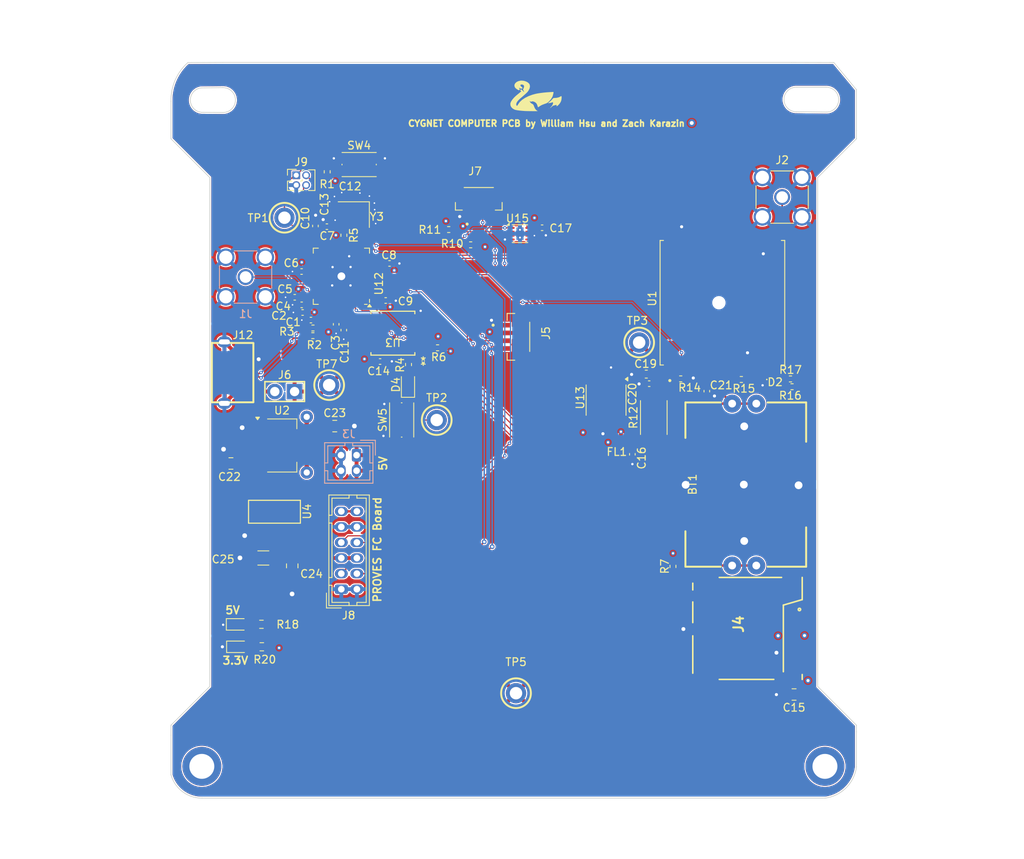
<source format=kicad_pcb>
(kicad_pcb (version 20241229) (generator "pcbnew") (generator_version "9.0")
  (layers (0 "F.Cu" signal) (4 "In1.Cu" power) (6 "In2.Cu" power) (2 "B.Cu" signal) (13 "F.Paste" user) (15 "B.Paste" user) (5 "F.SilkS" user "F.Silkscreen") (7 "B.SilkS" user "B.Silkscreen") (1 "F.Mask" user) (3 "B.Mask" user) (25 "Edge.Cuts" user))
  (net 0 "")
  (net 1 "/RP2040 MCU/Crystal In")
  (net 2 "Net-(C13-Pad1)")
  (net 3 "+1V1")
  (net 4 "/Sensors/VBACKUP")
  (net 5 "GND")
  (net 6 "+5V")
  (net 7 "Net-(D2-A)")
  (net 8 "Net-(D3-A)")
  (net 9 "Cosmic Analog")
  (net 10 "GPS VCC")
  (net 11 "Net-(J2-In)")
  (net 14 "/RP2040 MCU/Crystal Out")
  (net 15 "Net-(U12-USB_DP)")
  (net 16 "Net-(U12-USB_DM)")
  (net 18 "MicroSD CLK")
  (net 19 "PAYLOAD_BATT")
  (net 20 "/RP2040 MCU/QSPI_SCLK")
  (net 21 "/RP2040 MCU/QSPI_SD0")
  (net 22 "/RP2040 MCU/QSPI_SD1")
  (net 23 "/RP2040 MCU/QSPI_SD2")
  (net 24 "/RP2040 MCU/QSPI_SD3")
  (net 25 "/RP2040 MCU/QSPI_SS")
  (net 26 "RP2040 Reset")
  (net 27 "SDA0")
  (net 28 "SCL0")
  (net 29 "Net-(U1-3D-FIX)")
  (net 30 "GPS Reset")
  (net 31 "Net-(U1-TX)")
  (net 32 "Net-(D4-A)")
  (net 33 "UART0 Rx")
  (net 34 "PAYLOAD_PWR")
  (net 35 "UART0 Tx")
  (net 36 "Net-(U1-RX)")
  (net 38 "GPS 1PPS")
  (net 40 "USB_D+")
  (net 41 "USB_D-")
  (net 46 "MicroSD MOSI")
  (net 47 "SWCLK")
  (net 48 "MicroSD CS")
  (net 49 "MicroSD MISO")
  (net 50 "SWD")
  (net 54 "Net-(D4-K)")
  (net 55 "SCL1")
  (net 56 "Net-(J12-VBUS)")
  (net 62 "Net-(D5-A)")
  (net 64 "UART1 Tx")
  (net 65 "VCC Processed")
  (net 66 "UART1 Rx")
  (net 74 "SDA1")
  (footprint "Capacitor_SMD:C_0402_1005Metric" (layer "F.Cu") (at 120.11 83.8)
    (property "Reference" "C9")
    (property "Value" "100n")
  )
  (footprint "Resistor_SMD:R_0402_1005Metric" (layer "F.Cu") (at 157.99 93.87)
    (property "Reference" "R14")
    (property "Value" "10k")
  )
  (footprint "Capacitor_SMD:C_0603_1608Metric" (layer "F.Cu") (at 153.565 93.26 180)
    (property "Reference" "C19")
    (property "Value" "1uF")
  )
  (footprint "Capacitor_SMD:C_0805_2012Metric" (layer "F.Cu") (at 172.54 134.42 180)
    (property "Reference" "C15")
    (property "Value" "10u")
  )
  (footprint "Resistor_SMD:R_0402_1005Metric" (layer "F.Cu") (at 172.28 94.88)
    (property "Reference" "R16")
    (property "Value" "470")
  )
  (footprint "Resistor_SMD:R_2512_6332Metric" (layer "F.Cu") (at 154.53 98.84 90)
    (property "Reference" "R12")
    (property "Value" "0.002")
  )
  (footprint "Resistor_SMD:R_0402_1005Metric" (layer "F.Cu") (at 128.2 74.69 180)
    (property "Reference" "R11")
    (property "Value" "10k")
  )
  (footprint "LED_SMD:LED_0603_1608Metric" (layer "F.Cu") (at 101.1725 128.29)
    (property "Reference" "D5" (hide yes))
    (property "Value" "LED")
  )
  (footprint "Resistor_SMD:R_0603_1608Metric" (layer "F.Cu") (at 104.205 128.29 180)
    (property "Reference" "R20")
    (property "Value" "100k")
  )
  (footprint "Resistor_SMD:R_0402_1005Metric" (layer "F.Cu") (at 126.77 89.88 180)
    (property "Reference" "R6")
    (property "Value" "10k")
  )
  (footprint "1my_footprints:BAT-TH_BAT-HLD-001-THM_1" (layer "F.Cu") (at 166.14 107.45 90)
    (property "Reference" "BT1")
    (property "Value" "3V")
  )
  (footprint "1my_footprints:TH_BD3.2-D2.0" (layer "F.Cu") (at 152.65 89.2)
    (property "Reference" "TP3")
    (property "Value" "TestPoint")
  )
  (footprint "LED_SMD:LED_0603_1608Metric" (layer "F.Cu") (at 101.1325 125.41)
    (property "Reference" "D3" (hide yes))
    (property "Value" "LED")
  )
  (footprint "Capacitor_SMD:C_0402_1005Metric" (layer "F.Cu") (at 111.09 74.23 90)
    (property "Reference" "C10")
    (property "Value" "100n")
  )
  (footprint "Button_Switch_SMD:SW_Push_1P1T_NO_CK_KMR2" (layer "F.Cu") (at 116.7 66.34)
    (property "Reference" "SW4")
    (property "Value" "SW_Push_Shielded")
  )
  (footprint "Capacitor_SMD:C_0402_1005Metric" (layer "F.Cu") (at 112.56 74.32 180)
    (property "Reference" "C7")
    (property "Value" "100n")
  )
  (footprint "Capacitor_SMD:C_0402_1005Metric" (layer "F.Cu") (at 109.31 80.08 180)
    (property "Reference" "C6")
    (property "Value" "100n")
  )
  (footprint "Capacitor_SMD:C_0402_1005Metric" (layer "F.Cu") (at 119.39 91.64)
    (property "Reference" "C14")
    (property "Value" "100n")
  )
  (footprint "Capacitor_SMD:C_0402_1005Metric" (layer "F.Cu") (at 151.78 103.56 -90)
    (property "Reference" "C16")
    (property "Value" "100nF")
  )
  (footprint "Capacitor_SMD:C_0805_2012Metric" (layer "F.Cu") (at 108.11 117.89 -90)
    (property "Reference" "C24")
    (property "Value" "10u")
  )
  (footprint "Capacitor_SMD:C_0805_2012Metric" (layer "F.Cu") (at 100.24 104.74 180)
    (property "Reference" "C22")
    (property "Value" "10u")
  )
  (footprint "1my_footprints:AZ1117I-5.0" (layer "F.Cu") (at 105.83 111.04 -90)
    (property "Reference" "U4")
    (property "Value" "AZ1117-5.0")
  )
  (footprint "Button_Switch_SMD:SW_Push_1P1T_NO_CK_KMR2" (layer "F.Cu") (at 122.16 99.15 90)
    (property "Reference" "SW5")
    (property "Value" "SW_Push_Shielded")
  )
  (footprint "1my_footprints:TH_BD3.2-D2.0" (layer "F.Cu") (at 107.11 73.17)
    (property "Reference" "TP1")
    (property "Value" "TestPoint")
  )
  (footprint "Resistor_SMD:R_0402_1005Metric" (layer "F.Cu") (at 131.02 76.65 180)
    (property "Reference" "R10")
    (property "Value" "10k")
  )
  (footprint "Capacitor_SMD:C_0402_1005Metric" (layer "F.Cu") (at 153.94 94.49 180)
    (property "Reference" "C20")
    (property "Value" "100nF")
  )
  (footprint "Resistor_SMD:R_0402_1005Metric" (layer "F.Cu") (at 112.6 67.27 90)
    (property "Reference" "R1")
    (property "Value" "10k")
  )
  (footprint "" (layer "F.Cu") (at 176.50328 143.650755)
    (property "Reference" "H2")
    (property "Value" "MountingHole" (hide yes))
  )
  (footprint "Connector_PinHeader_1.27mm:PinHeader_2x02_P1.27mm_Vertical" (layer "F.Cu") (at 108.625 67.71)
    (property "Reference" "J9")
    (property "Value" "SWD Port")
  )
  (footprint "Package_SO:SOIC-8_3.9x4.9mm_P1.27mm" (layer "F.Cu") (at 148.405 96.6 -90)
    (property "Reference" "U13")
    (property "Value" "INA219AxD")
  )
  (footprint "1my_footprints:cadence_cygnet_logo_placeholder" (layer "F.Cu") (at 139.39 57.52)
    (property "Reference" "G***" (hide yes))
    (property "Value" "LOGO" (hide yes))
  )
  (footprint "1my_footprints:microSD-503398-1892-1" (layer "F.Cu") (at 173.585 119.38 -90)
    (property "Reference" "J4")
    (property "Value" "Micro_SD_Card_Det1" (hide yes))
  )
  (footprint "Capacitor_SMD:C_0805_2012Metric" (layer "F.Cu") (at 113.57 99.94)
    (property "Reference" "C23")
    (property "Value" "10u")
  )
  (footprint "Resistor_SMD:R_0402_1005Metric" (layer "F.Cu") (at 172.08 93.88)
    (property "Reference" "R17")
    (property "Value" "470")
  )
  (footprint "Capacitor_SMD:C_0402_1005Metric" (layer "F.Cu") (at 113.75 86.86 -90)
    (property "Reference" "C3")
    (property "Value" "100n")
  )
  (footprint "Capacitor_SMD:C_0402_1005Metric" (layer "F.Cu") (at 161.34 95.45 -90)
    (property "Reference" "C21")
    (property "Value" "1uF")
  )
  (footprint "Capacitor_SMD:C_0402_1005Metric" (layer "F.Cu") (at 108.43 83.39 180)
    (property "Reference" "C5")
    (property "Value" "100n")
  )
  (footprint "LOGO" (layer "F.Cu") (at 121.389999 56.989999)
    (property "Reference" "G***" (hide yes))
    (property "Value" "LOGO" (hide yes))
  )
  (footprint "Diode_SMD:D_SOD-323F" (layer "F.Cu") (at 122.97 94.63 90)
    (property "Reference" "D4")
    (property "Value" "NSR0320")
  )
  (footprint "1my_footprints:SOIC_208MIL_WIN" (layer "F.Cu") (at 121.0325 88.0025 180)
    (property "Reference" "U3")
    (property "Value" "W25Q128JVS")
  )
  (footprint "1my_footprints:BEADC1608X95N" (layer "F.Cu") (at 151.045 101.85 180)
    (property "Reference" "FL1")
    (property "Value" "BLM18BD601SN1J")
  )
  (footprint "Connector_Hirose:Hirose_DF11-12DP-2DSA_2x06_P2.00mm_Vertical" (layer "F.Cu") (at 114.41 120.89 90)
    (property "Reference" "J8")
    (property "Value" "Conn_02x06_Odd_Even")
  )
  (footprint "Capacitor_SMD:C_1206_3216Metric" (layer "F.Cu") (at 104.4 116.88 180)
    (property "Reference" "C25")
    (property "Value" "22u")
  )
  (footprint "Capacitor_SMD:C_0402_1005Metric" (layer "F.Cu") (at 120.6 79.04)
    (property "Reference" "C8")
    (property "Value" "100n")
  )
  (footprint "Resistor_SMD:R_0402_1005Metric" (layer "F.Cu") (at 156.99 117.96 -90)
    (property "Reference" "R7")
    (property "Value" "10k")
  )
  (footprint "Resistor_SMD:R_0402_1005Metric" (layer "F.Cu") (at 123.04 92.03 -90)
    (property "Reference" "R4")
    (property "Value" "1k")
  )
  (footprint "Package_SON:WSON-8-1EP_2x2mm_P0.5mm_EP0.9x1.6mm_ThermalVias" (layer "F.Cu") (at 137.35 75.22)
    (property "Reference" "U15")
    (property "Value" "TMP1075DSG")
  )
  (footprint "" (layer "F.Cu") (at 96.50328 143.650755)
    (property "Reference" "H1")
    (property "Value" "MountingHole" (hide yes))
  )
  (footprint "Resistor_SMD:R_0402_1005Metric" (layer "F.Cu") (at 165.77 93.95)
    (property "Reference" "R15")
    (property "Value" "470")
  )
  (footprint "1my_footprints:CD-PA1616D" (layer "F.Cu") (at 163.34 84.09 90)
    (property "Reference" "U1")
    (property "Value" "CD-PA1616D")
  )
  (footprint "Crystal:Crystal_SMD_3225-4Pin_3.2x2.5mm" (layer "F.Cu") (at 116.01 72.77 180)
    (property "Reference" "Y3")
    (property "Value" "ABM8-272-T3")
  )
  (footprint "1my_footprints:JST_BM04B-SRSS-TB(LF)(SN)" (layer "F.Cu") (at 137.9 88.47 -90)
    (property "Reference" "J5")
    (property "Value" "Conn_01x04")
  )
  (footprint "Resistor_SMD:R_0402_1005Metric" (layer "F.Cu") (at 110.77 87.34)
    (property "Reference" "R3")
    (property "Value" "27")
  )
  (footprint "Capacitor_SMD:C_0402_1005Metric" (layer "F.Cu") (at 109.3225 84.3625 180)
    (property "Reference" "C4")
    (property "Value" "100n")
  )
  (footprint "1my_footprints:TH_BD3.2-D2.0" (layer "F.Cu") (at 136.84 134.25)
    (property "Reference" "TP5")
    (property "Value" "TestPoint")
  )
  (footprint "Resistor_SMD:R_0402_1005Metric" (layer "F.Cu") (at 114.74 75.42 90)
    (property "Reference" "R5")
    (property "Value" "1k")
  )
  (footprint "1my_footprints:MICRO-USB-SMD_5P-P0.65-H-F_105164-0001" (layer "F.Cu") (at 100.75 93.07)
    (property "Reference" "J12")
    (property "Value" "USB_B_Micro")
  )
  (footprint "1my_footprints:TH_BD3.2-D2.0" (layer "F.Cu") (at 126.66 99.16)
    (property "Reference" "TP2")
    (property "Value" "TestPoint")
  )
  (footprint "Capacitor_SMD:C_0402_1005Metric" (layer "F.Cu") (at 140.19 74.46)
    (property "Reference" "C17")
    (property "Value" "10nF")
  )
  (footprint "Capacitor_SMD:C_0201_0603Metric" (layer "F.Cu") (at 113.5 72.39 90)
    (property "Reference" "C13")
    (property "Value" "15p")
  )
  (footprint "Resistor_SMD:R_0402_1005Metric" (layer "F.Cu") (at 110.76 88.32)
    (property "Reference" "R2")
    (property "Value" "27")
  )
  (footprint "Connector_Coaxial:SMA_Amphenol_901-144_Vertical" (layer "F.Cu") (at 171.01 70.52)
    (property "Reference" "J2")
    (property "Value" "Conn_Coaxial")
  )
  (footprint "1my_footprints:TH_BD3.2-D2.0" (layer "F.Cu") (at 112.85 94.67)
    (property "Reference" "TP7")
    (property "Value" "TestPoint")
  )
  (footprint "Resistor_SMD:R_0603_1608Metric" (layer "F.Cu") (at 104.155 125.4 180)
    (property "Reference" "R18")
    (property "Value" "10k")
  )
  (footprint "Capacitor_SMD:C_0402_1005Metric" (layer "F.Cu") (at 114.73 87.61 -90)
    (property "Reference" "C11")
    (property "Value" "100n")
  )
  (footprint "Capacitor_SMD:C_0402_1005Metric" (layer "F.Cu") (at 110.51 86.32 180)
    (property "Reference" "C1")
    (property "Value" "1u")
  )
  (footprint "1my_footprints:JST_BM04B-SRSS-TB(LF)(SN)" (layer "F.Cu") (at 132.06 69.99)
    (property "Reference" "J7")
    (property "Value" "Conn_01x04")
  )
  (footprint "Capacitor_SMD:C_0402_1005Metric" (layer "F.Cu") (at 109.4425 85.3425 180)
    (property "Reference" "C2")
    (property "Value" "1u")
  )
  (footprint "1my_footprints:HDR-TH_2P-P2.54-V-M" (layer "F.Cu") (at 107.14 95.5 180)
    (property "Reference" "J6")
    (property "Value" "Conn_01x02")
  )
  (footprint "Package_DFN_QFN:QFN-56-1EP_7x7mm_P0.4mm_EP3.2x3.2mm" (layer "F.Cu") (at 114.4225 80.69 180)
    (property "Reference" "U12")
    (property "Value" "RP2040")
  )
  (footprint "LED_SMD:LED_0201_0603Metric" (layer "F.Cu") (at 168.18 93.95 180)
    (property "Reference" "D2")
    (property "Value" "LED")
  )
  (footprint "Capacitor_SMD:C_0201_0603Metric" (layer "F.Cu") (at 115.645 70.62 180)
    (property "Reference" "C12")
    (property "Value" "15p")
  )
  (footprint "Package_TO_SOT_SMD:SOT-223-3_TabPin2" (layer "F.Cu") (at 106.79 102.43)
    (property "Reference" "U2")
    (property "Value" "NCP1117-3.3_SOT223")
  )
  (footprint "Connector_Hirose:Hirose_DF11-4DP-2DSA_2x02_P2.00mm_Vertical" (layer "B.Cu") (at 116.37 103.67 180)
    (property "Reference" "J3")
    (property "Value" "Conn_02x02_Top_Bottom")
  )
  (footprint "Connector_Coaxial:SMA_Amphenol_901-144_Vertical" (layer "B.Cu") (at 102.12 80.79)
    (property "Reference" "J1")
    (property "Value" "Conn_Coaxial")
  )
  (gr_line (start 180.54648 61.996277) (end 180.54648 63.030755) (stroke (width 0.1)) (layer "Edge.Cuts"))
  (gr_line (start 92.54648 144.725155) (end 92.54648 139.650755) (stroke (width 0.1)) (layer "Edge.Cuts"))
  (gr_arc (start 176.669642 56.404477) (mid 178.269658 58.004477) (end 176.669642 59.604477) (stroke (width 0.1)) (layer "Edge.Cuts"))
  (gr_line (start 136.09648 53.214477) (end 145.64688 53.214477) (stroke (width 0.1)) (layer "Edge.Cuts"))
  (gr_line (start 146.804642 53.214477) (end 172.204642 53.214477) (stroke (width 0.1)) (layer "Edge.Cuts"))
  (gr_line (start 97.52328 133.383955) (end 97.52328 112.650755) (stroke (width 0.1)) (layer "Edge.Cuts"))
  (gr_line (start 177.644642 53.229477) (end 180.54648 56.725155) (stroke (width 0.1)) (layer "Edge.Cuts"))
  (gr_line (start 146.804642 53.214477) (end 145.64688 53.214477) (stroke (width 0.1)) (layer "Edge.Cuts"))
  (gr_line (start 97.52328 68.007555) (end 97.52328 112.650755) (stroke (width 0.1)) (layer "Edge.Cuts"))
  (gr_arc (start 96.469444 59.629468) (mid 95.025156 58.031549) (end 96.519419 56.480261) (stroke (width 0.1)) (layer "Edge.Cuts"))
  (gr_line (start 176.669642 56.404477) (end 172.869617 56.40527) (stroke (width 0.1)) (layer "Edge.Cuts"))
  (gr_line (start 180.54648 138.360755) (end 175.57328 133.387555) (stroke (width 0.1)) (layer "Edge.Cuts"))
  (gr_arc (start 99.219642 56.454477) (mid 100.819658 58.054477) (end 99.219642 59.654477) (stroke (width 0.1)) (layer "Edge.Cuts"))
  (gr_line (start 134.739642 53.214477) (end 99.179642 53.214477) (stroke (width 0.1)) (layer "Edge.Cuts"))
  (gr_line (start 180.54648 61.996277) (end 180.54648 56.725155) (stroke (width 0.1)) (layer "Edge.Cuts"))
  (gr_line (start 94.71 53.24) (end 99.179642 53.214477) (stroke (width 0.1)) (layer "Edge.Cuts"))
  (gr_line (start 96.469444 59.629468) (end 99.219642 59.654477) (stroke (width 0.1)) (layer "Edge.Cuts"))
  (gr_line (start 172.204642 53.214477) (end 177.644642 53.229477) (stroke (width 0.1)) (layer "Edge.Cuts"))
  (gr_line (start 180.54648 63.030755) (end 175.57328 68.003955) (stroke (width 0.1)) (layer "Edge.Cuts"))
  (gr_line (start 172.819642 59.554477) (end 176.669642 59.604477) (stroke (width 0.1)) (layer "Edge.Cuts"))
  (gr_line (start 92.54648 138.360755) (end 97.52328 133.383955) (stroke (width 0.1)) (layer "Edge.Cuts"))
  (gr_arc (start 180.54648 143.725155) (mid 179.222886 146.401561) (end 176.54648 147.725155) (stroke (width 0.1)) (layer "Edge.Cuts"))
  (gr_line (start 92.54648 63.030755) (end 92.54648 58.225155) (stroke (width 0.1)) (layer "Edge.Cuts"))
  (gr_line (start 92.54648 139.650755) (end 92.54648 138.360755) (stroke (width 0.1)) (layer "Edge.Cuts"))
  (gr_line (start 92.54648 63.030755) (end 97.52328 68.007555) (stroke (width 0.1)) (layer "Edge.Cuts"))
  (gr_arc (start 96.54648 147.725155) (mid 94.034086 146.908346) (end 92.54648 144.725155) (stroke (width 0.1)) (layer "Edge.Cuts"))
  (gr_line (start 180.54648 139.182755) (end 180.54648 143.725155) (stroke (width 0.1)) (layer "Edge.Cuts"))
  (gr_arc (start 92.54648 58.225155) (mid 93.081372 55.495241) (end 94.71 53.24) (stroke (width 0.1)) (layer "Edge.Cuts"))
  (gr_line (start 175.57 68.0064) (end 175.57 133.39) (stroke (width 0.1)) (layer "Edge.Cuts"))
  (gr_line (start 176.54648 147.725155) (end 96.54648 147.725155) (stroke (width 0.1)) (layer "Edge.Cuts"))
  (gr_arc (start 172.819642 59.554477) (mid 171.244855 57.954486) (end 172.869617 56.40527) (stroke (width 0.1)) (layer "Edge.Cuts"))
  (gr_line (start 134.739642 53.214477) (end 136.09648 53.214477) (stroke (width 0.1)) (layer "Edge.Cuts"))
  (gr_line (start 96.519419 56.480261) (end 99.219642 56.454477) (stroke (width 0.1)) (layer "Edge.Cuts"))
  (gr_line (start 180.54648 139.182755) (end 180.54648 138.360755) (stroke (width 0.1)) (layer "Edge.Cuts"))
  (gr_text "PROVES FC Board" (at 119.62 122.67 90) (layer "F.SilkS") (effects (font (size 1 1) (thickness 0.2) (bold yes)) (justify left bottom)))
  (gr_text "5V" (at 120.36 105.77 90) (layer "F.SilkS") (effects (font (size 1 1) (thickness 0.2) (bold yes)) (justify left bottom)))
  (gr_text "3.3V\n" (at 99.06 130.64 0) (layer "F.SilkS") (effects (font (size 1 1) (thickness 0.2) (bold yes)) (justify left bottom)))
  (gr_text "CYGNET COMPUTER PCB by William Hsu and Zach Karazin" (at 140.75 61.525 0) (layer "F.SilkS") (effects (font (size 0.8 0.8) (thickness 0.2) (bold yes)) (justify bottom)))
  (gr_text "5V" (at 99.42 124.17 0) (layer "F.SilkS") (effects (font (size 1 1) (thickness 0.2) (bold yes)) (justify left bottom)))
  (segment (start 118.19 72.82) (end 117.27 71.9) (width 0.15) (layer "F.Cu") (net 1))
  (segment (start 118.19 74.43) (end 118.19 72.82) (width 0.15) (layer "F.Cu") (net 1))
  (segment (start 117.27 71.9) (end 116.94 71.9) (width 0.15) (layer "F.Cu") (net 1))
  (segment (start 115.965 70.62) (end 115.965 70.775) (width 0.15) (layer "F.Cu") (net 1))
  (segment (start 115.0225 76.6675) (end 116.77 74.92) (width 0.15) (layer "F.Cu") (net 1))
  (segment (start 117.7 74.92) (end 118.19 74.43) (width 0.15) (layer "F.Cu") (net 1))
  (segment (start 115.965 70.775) (end 117.11 71.92) (width 0.15) (layer "F.Cu") (net 1))
  (segment (start 115.0225 77.2525) (end 115.0225 76.6675) (width 0.15) (layer "F.Cu") (net 1))
  (segment (start 116.77 74.92) (end 117.7 74.92) (width 0.15) (layer "F.Cu") (net 1))
  (segment (start 114.74 74.9) (end 114.63 75.01) (width 0.15) (layer "F.Cu") (net 2))
  (segment (start 114.74 73.79) (end 114.91 73.62) (width 0.15) (layer "F.Cu") (net 2))
  (segment (start 114 72.71) (end 114.91 73.62) (width 0.15) (layer "F.Cu") (net 2))
  (segment (start 113.5 72.71) (end 114 72.71) (width 0.15) (layer "F.Cu") (net 2))
  (segment (start 114.66 73.78) (end 114.61 73.73) (width 0.15) (layer "F.Cu") (net 2))
  (segment (start 114.74 74.93) (end 114.74 73.79) (width 0.15) (layer "F.Cu") (net 2))
  (segment (start 112.6225 84.6275) (end 110.99 86.26) (width 0.2) (layer "F.Cu") (net 3))
  (segment (start 110.99 86.26) (end 110.99 86.32) (width 0.2) (layer "F.Cu") (net 3))
  (segment (start 114.6225 84.1275) (end 114.6225 83.1525) (width 0.2) (layer "F.Cu") (net 3))
  (segment (start 111.524 75.144) (end 111.09 74.71) (width 0.2) (layer "F.Cu") (net 3))
  (segment (start 113.8225 77.2525) (end 113.8225 76.491466) (width 0.2) (layer "F.Cu") (net 3))
  (segment (start 113.8225 77.2525) (end 113.8225 78.1175) (width 0.2) (layer "F.Cu") (net 3))
  (segment (start 113.8225 76.491466) (end 112.475034 75.144) (width 0.2) (layer "F.Cu") (net 3))
  (segment (start 114.6225 87.0325) (end 114.72 87.13) (width 0.2) (layer "F.Cu") (net 3))
  (segment (start 114.6225 84.1275) (end 114.6225 87.0325) (width 0.2) (layer "F.Cu") (net 3))
  (segment (start 110.99 86.32) (end 111.085 86.32) (width 0.2) (layer "F.Cu") (net 3))
  (segment (start 112.6225 84.1275) (end 112.6225 84.6275) (width 0.2) (layer "F.Cu") (net 3))
  (segment (start 112.6225 83.1725) (end 112.62 83.17) (width 0.2) (layer "F.Cu") (net 3))
  (segment (start 112.475034 75.144) (end 111.524 75.144) (width 0.2) (layer "F.Cu") (net 3))
  (segment (start 112.6225 84.1275) (end 112.6225 83.1725) (width 0.2) (layer "F.Cu") (net 3))
  (segment (start 164.59 117.85) (end 167.69 117.85) (width 0.3) (layer "F.Cu") (net 4))
  (segment (start 156.42 111.69) (end 162.58 117.85) (width 0.3) (layer "F.Cu") (net 4))
  (segment (start 161.09 93.55) (end 161.34 93.8) (width 0.3) (layer "F.Cu") (net 4))
  (segment (start 163.1 97.05) (end 156.42 103.73) (width 0.3) (layer "F.Cu") (net 4))
  (segment (start 161.09 92.09) (end 161.09 93.55) (width 0.3) (layer "F.Cu") (net 4))
  (segment (start 167.69 97.05) (end 164.59 97.05) (width 0.3) (layer "F.Cu") (net 4))
  (segment (start 164.59 97.05) (end 163.1 97.05) (width 0.3) (layer "F.Cu") (net 4))
  (segment (start 162.58 117.85) (end 164.59 117.85) (width 0.3) (layer "F.Cu") (net 4))
  (segment (start 161.34 93.8) (end 164.59 97.05) (width 0.3) (layer "F.Cu") (net 4))
  (segment (start 156.42 103.73) (end 156.42 111.69) (width 0.3) (layer "F.Cu") (net 4))
  (segment (start 161.34 94.97) (end 161.34 93.8) (width 0.3) (layer "F.Cu") (net 4))
  (segment (start 102.925 116.88) (end 101.41 116.88) (width 0.5) (layer "F.Cu") (net 5))
  (segment (start 100.89 90.61) (end 99.4 89.12) (width 0.5) (layer "F.Cu") (net 5))
  (segment (start 147.78 100.92) (end 147.77 100.91) (width 0.3) (layer "F.Cu") (net 5))
  (segment (start 139.2 75.47) (end 138.3 75.47) (width 0.15) (layer "F.Cu") (net 5))
  (segment (start 152.64 94.52) (end 152.67 94.49) (width 0.3) (layer "F.Cu") (net 5))
  (segment (start 161.34 95.93) (end 162.18 95.93) (width 0.3) (layer "F.Cu") (net 5))
  (segment (start 108.83 80.08) (end 108.14 80.08) (width 0.2) (layer "F.Cu") (net 5))
  (segment (start 121.86 79.04) (end 121.87 79.05) (width 0.2) (layer "F.Cu") (net 5))
  (segment (start 102.1 92.42) (end 102.1 92.08) (width 0.5) (layer "F.Cu") (net 5))
  (segment (start 124.6 86.0201) (end 124.6774 86.0975) (width 0.2) (layer "F.Cu") (net 5))
  (segment (start 149.04 92.41) (end 149.04 94.125) (width 0.2) (layer "F.Cu") (net 5))
  (segment (start 151.78 104.04) (end 151.78 104.82) (width 0.15) (layer "F.Cu") (net 5))
  (segment (start 121.36 101.2) (end 119.82 101.2) (width 0.2) (layer "F.Cu") (net 5))
  (segment (start 134.32 86.97) (end 135.375 86.97) (width 0.3) (layer "F.Cu") (net 5))
  (segment (start 118.75 65.54) (end 120.01 65.54) (width 0.2) (layer "F.Cu") (net 5))
  (segment (start 107.25 83.39) (end 107.95 83.39) (width 0.2) (layer "F.Cu") (net 5))
  (segment (start 168.59 76.09) (end 168.59 77.8) (width 0.3) (layer "F.Cu") (net 5))
  (segment (start 103.8 91.35) (end 103.07 92.08) (width 0.5) (layer "F.Cu") (net 5))
  (segment (start 108.15 84.36) (end 108.84 84.36) (width 0.2) (layer "F.Cu") (net 5))
  (segment (start 113.7425 88.0325) (end 113.7425 87.3425) (width 0.2) (layer "F.Cu") (net 5))
  (segment (start 101.69 100.13) (end 101.68 100.14) (width 0.5) (layer "F.Cu") (net 5))
  (segment (start 129.61 73.02) (end 130.055 73.02) (width 0.3) (layer "F.Cu") (net 5))
  (segment (start 100.89 95.53) (end 99.4 97.02) (width 0.5) (layer "F.Cu") (net 5))
  (segment (start 152.83 93.26) (end 151.72 93.26) (width 0.3) (layer "F.Cu") (net 5))
  (segment (start 112.08 74.32) (end 112.08 73.41) (width 0.2) (layer "F.Cu") (net 5))
  (segment (start 103.06 90.61) (end 101.75 90.61) (width 0.5) (layer "F.Cu") (net 5))
  (segment (start 108.2625 85.3425) (end 108.26 85.34) (width 0.2) (layer "F.Cu") (net 5))
  (segment (start 140.67 74.46) (end 140.67 75.43) (width 0.2) (layer "F.Cu") (net 5))
  (segment (start 124.6 85.13) (end 124.6 86.0201) (width 0.2) (layer "F.Cu") (net 5))
  (segment (start 114.52 99.94) (end 116.08 99.94) (width 0.5) (layer "F.Cu") (net 5))
  (segment (start 158.33 126.01) (end 159.63 126.01) (width 0.5) (layer "F.Cu") (net 5))
  (segment (start 162.18 95.93) (end 162.32 96.07) (width 0.3) (layer "F.Cu") (net 5))
  (segment (start 99.45 92.13) (end 99.45 94.01) (width 0.5) (layer "F.Cu") (net 5))
  (segment (start 99.24 125.46) (end 100.295 125.46) (width 0.3) (layer "F.Cu") (net 5))
  (segment (start 159.63 126.01) (end 159.645 126.025) (width 0.5) (layer "F.Cu") (net 5))
  (segment (start 115.4225 78.1175) (end 115.42 78.12) (width 0.2) (layer "F.Cu") (net 5))
  (segment (start 130.055 73.02) (end 130.56 72.515) (width 0.3) (layer "F.Cu") (net 5))
  (segment (start 114.72 88.78) (end 114.72 88.09) (width 0.2) (layer "F.Cu") (net 5))
  (segment (start 152.67 94.49) (end 153.52 94.49) (width 0.3) (layer "F.Cu") (net 5))
  (segment (start 99.45 96.97) (end 99.4 97.02) (width 0.5) (layer "F.Cu") (net 5))
  (segment (start 159.59 93.75) (end 159.6 93.76) (width 0.3) (layer "F.Cu") (net 5))
  (segment (start 158.1 76.08) (end 158.09 76.09) (width 0.3) (layer "F.Cu") (net 5))
  (segment (start 100.97 95.53) (end 99.45 94.01) (width 0.5) (layer "F.Cu") (net 5))
  (segment (start 121.36 97.1) (end 119.93 97.1) (width 0.2) (layer "F.Cu") (net 5))
  (segment (start 170.28 134.42) (end 170.27 134.43) (width 0.4) (layer "F.Cu") (net 5))
  (segment (start 110.03 86.32) (end 109.34 86.32) (width 0.2) (layer "F.Cu") (net 5))
  (segment (start 171.59 134.42) (end 170.28 134.42) (width 0.4) (layer "F.Cu") (net 5))
  (segment (start 138.3 74.97) (end 138.7 74.97) (width 0.15) (layer "F.Cu") (net 5))
  (segment (start 114.76 72.07) (end 114.91 71.92) (width 0.15) (layer "F.Cu") (net 5))
  (segment (start 147.77 100.91) (end 147.77 99.075) (width 0.3) (layer "F.Cu") (net 5))
  (segment (start 159.59 92.09) (end 159.59 93.75) (width 0.3) (layer "F.Cu") (net 5))
  (segment (start 138.3 75.97) (end 138.7 75.97) (width 0.15) (layer "F.Cu") (net 5))
  (segment (start 138.7 75.97) (end 139.2 75.47) (width 0.15) (layer "F.Cu") (net 5))
  (segment (start 121.38 83.8) (end 121.41 83.83) (width 0.2) (layer "F.Cu") (net 5))
  (segment (start 108.84 84.36) (end 108.8425 84.3625) (width 0.2) (layer "F.Cu") (net 5))
  (segment (start 102.1 92.08) (end 102.1 91.77) (width 0.5) (layer "F.Cu") (net 5))
  (segment (start 99.45 94.01) (end 99.45 96.97) (width 0.5) (layer "F.Cu") (net 5))
  (segment (start 115.325 70.62) (end 115.325 71.505) (width 0.15) (layer "F.Cu") (net 5))
  (segment (start 101.75 95.53) (end 100.89 95.53) (width 0.5) (layer "F.Cu") (net 5))
  (segment (start 103.8 91.35) (end 103.06 90.61) (width 0.5) (layer "F.Cu") (net 5))
  (segment (start 167.09 91.05) (end 166.56 90.52) (width 0.3) (layer "F.Cu") (net 5))
  (segment (start 103.07 92.08) (end 102.1 92.08) (width 0.5) (layer "F.Cu") (net 5))
  (segment (start 102.1 90.96) (end 101.75 90.61) (width 0.5) (layer "F.Cu") (net 5))
  (segment (start 103.64 100.13) (end 101.69 100.13) (width 0.5) (layer "F.Cu") (net 5))
  (segment (start 101.75 95.53) (end 100.97 95.53) (width 0.5) (layer "F.Cu") (net 5))
  (segment (start 108.11 118.84) (end 108.11 121.48) (width 0.5) (layer "F.Cu") (net 5))
  (segment (start 167.09 92.09) (end 167.09 91.05) (width 0.3) (layer "F.Cu") (net 5))
  (segment (start 150.31 93.68) (end 150.31 94.125) (width 0.2) (layer "F.Cu") (net 5))
  (segment (start 108.11 121.48) (end 108.09 121.5) (width 0.5) (layer "F.Cu") (net 5))
  (segment (start 135.42 75.97) (end 136.4 75.97) (width 0.2) (layer "F.Cu") (net 5))
  (segment (start 170.28 129.05) (end 172.185 129.05) (width 0.5) (layer "F.Cu") (net 5))
  (segment (start 114.65 65.54) (end 113.45 65.54) (width 0.2) (layer "F.Cu") (net 5))
  (segment (start 103.53 114.01) (end 102 114.01) (width 0.5) (layer "F.Cu") (net 5))
  (segment (start 100.385 128.29) (end 99.14 128.29) (width 0.3) (layer "F.Cu") (net 5))
  (segment (start 108.9625 85.3425) (end 108.2625 85.3425) (width 0.2) (layer "F.Cu") (net 5))
  (segment (start 99.4 89.12) (end 99.4 92.08) (width 0.5) (layer "F.Cu") (net 5))
  (segment (start 121.08 79.04) (end 121.86 79.04) (width 0.2) (layer "F.Cu") (net 5))
  (segment (start 108.82 79.93) (end 108.84 79.91) (width 0.2) (layer "F.Cu") (net 5))
  (segment (start 115.325 71.505) (end 114.91 71.92) (width 0.15) (layer "F.Cu") (net 5))
  (segment (start 99.4 92.08) (end 99.45 92.13) (width 0.5) (layer "F.Cu") (net 5))
  (segment (start 133.69 86.34) (end 134.32 86.97) (width 0.3) (layer "F.Cu") (net 5))
  (segment (start 113.5 72.07) (end 114.76 72.07) (width 0.15) (layer "F.Cu") (net 5))
  (segment (start 158.1 74.33) (end 158.1 76.08) (width 0.3) (layer "F.Cu") (net 5))
  (segment (start 116.08 99.94) (end 116.09 99.93) (width 0.5) (layer "F.Cu") (net 5))
  (segment (start 168.5 93.95) (end 168.5 94.7) (width 0.2) (layer "F.Cu") (net 5))
  (segment (start 100.295 125.46) (end 100.345 125.41) (width 0.3) (layer "F.Cu") (net 5))
  (segment (start 101.75 90.61) (end 100.89 90.61) (width 0.5) (layer "F.Cu") (net 5))
  (segment (start 120.59 83.8) (end 121.38 83.8) (width 0.2) (layer "F.Cu") (net 5))
  (segment (start 117.11 73.62) (end 116.02 74.71) (width 0.15) (layer "F.Cu") (net 5))
  (segment (start 115.4225 79.69) (end 114.4225 80.69) (width 0.2) (layer "F.Cu") (net 5))
  (segment (start 151.72 93.26) (end 151.68 93.3) (width 0.3) (layer "F.Cu") (net 5))
  (segment (start 138.7 74.97) (end 139.2 75.47) (width 0.15) (layer "F.Cu") (net 5))
  (segment (start 149.04 92.41) (end 150.31 93.68) (width 0.2) (layer "F.Cu") (net 5))
  (segment (start 111.11 72.85) (end 111.11 73.73) (width 0.2) (layer "F.Cu") (net 5))
  (segment (start 111.11 73.73) (end 111.09 73.75) (width 0.2) (layer "F.Cu") (net 5))
  (segment (start 101.41 116.88) (end 101.4 116.87) (width 0.5) (layer "F.Cu") (net 5))
  (segment (start 99.29 104.74) (end 99.29 102.91) (width 0.5) (layer "F.Cu") (net 5))
  (segment (start 120.9 91.62) (end 119.89 91.62) (width 0.2) (layer "F.Cu") (net 5))
  (segment (start 102.1 91.77) (end 102.1 90.96) (width 0.5) (layer "F.Cu") (net 5))
  (segment (start 101.75 90.61) (end 100.97 90.61) (width 0.5) (layer "F.Cu") (net 5))
  (segment (start 115.4225 77.2525) (end 115.4225 78.1175) (width 0.2) (layer "F.Cu") (net 5))
  (segment (start 119.89 91.62) (end 119.87 91.64) (width 0.2) (layer "F.Cu") (net 5))
  (segment (start 100.97 90.61) (end 99.45 92.13) (width 0.5) (layer "F.Cu") (net 5))
  (via (at 115.42 78.12) (size 0.6) (drill 0.3) (layers "F.Cu" "B.Cu") (net 5))
  (via (at 116.09 99.93) (size 1.2) (drill 0.6) (layers "F.Cu" "B.Cu") (net 5))
  (via (at 108.14 80.08) (size 0.45) (drill 0.2) (layers "F.Cu" "B.Cu") (net 5))
  (via (at 173.12 107.54) (size 2) (drill 1) (layers "F.Cu" "B.Cu") (net 5))
  (via (at 158.62 107.48) (size 2) (drill 1) (layers "F.Cu" "B.Cu") (net 5))
  (via (at 118.69 72.13) (size 0.45) (drill 0.2) (layers "F.Cu" "B.Cu") (net 5))
  (via (at 170.28 129.05) (size 1) (drill 0.5) (layers "F.Cu" "B.Cu") (net 5))
  (via (at 112.08 73.41) (size 0.8) (drill 0.4) (layers "F.Cu" "B.Cu") (net 5))
  (via (at 158.33 126.01) (size 1) (drill 0.5) (layers "F.Cu" "B.Cu") (net 5))
  (via (at 162.32 96.07) (size 0.8) (drill 0.4) (layers "F.Cu" "B.Cu") (net 5))
  (via (at 166.56 90.52) (size 0.8) (drill 0.4) (layers "F.Cu" "B.Cu") (net 5))
  (via (at 113.24 81.87) (size 0.6) (drill 0.3) (layers "F.Cu" "B.Cu") (net 5))
  (via (at 101.68 100.14) (size 1.2) (drill 0.6) (layers "F.Cu" "B.Cu") (net 5))
  (via (at 113.7425 88.0325) (size 0.45) (drill 0.2) (layers "F.Cu" "B.Cu") (net 5))
  (via (at 158.1 74.33) (size 0.8) (drill 0.4) (layers "F.Cu" "B.Cu") (net 5))
  (via (at 151.68 93.3) (size 0.8) (drill 0.4) (layers "F.Cu" "B.Cu") (net 5))
  (via (at 116.8 70) (size 0.45) (drill 0.2) (layers "F.Cu" "B.Cu") (net 5))
  (via (at 115.59 81.87) (size 0.6) (drill 0.3) (layers "F.Cu" "B.Cu") (net 5))
  (via (at 107.25 83.39) (size 0.45) (drill 0.2) (layers "F.Cu" "B.Cu") (net 5))
  (via (at 121.87 79.05) (size 0.6) (drill 0.3) (layers "F.Cu" "B.Cu") (net 5))
  (via (at 99.29 102.91) (size 1.2) (drill 0.6) (layers "F.Cu" "B.Cu") (net 5))
  (via (at 166.14 99.97) (size 2) (drill 1) (layers "F.Cu" "B.Cu") (net 5))
  (via (at 133.69 86.34) (size 0.8) (drill 0.4) (layers "F.Cu" "B.Cu") (net 5))
  (via (at 111.11 72.85) (size 0.8) (drill 0.4) (layers "F.Cu" "B.Cu") (net 5))
  (via (at 113.53 70.44) (size 0.45) (drill 0.2) (layers "F.Cu" "B.Cu") (net 5))
  (via (at 148 100.92) (size 0.8) (drill 0.4) (layers "F.Cu" "B.Cu") (net 5))
  (via (at 120.9 91.62) (size 0.6) (drill 0.3) (layers "F.Cu" "B.Cu") (net 5))
  (via (at 168.5 94.7) (size 0.6) (drill 0.3) (layers "F.Cu" "B.Cu") (net 5))
  (via (at 118.82 73.92) (size 0.45) (drill 0.2) (layers "F.Cu" "B.Cu") (net 5))
  (via (at 119.93 97.1) (size 0.6) (drill 0.3) (layers "F.Cu" "B.Cu") (net 5))
  (via (at 109.34 86.32) (size 0.45) (drill 0.2) (layers "F.Cu" "B.Cu") (net 5))
  (via (at 168.59 77.8) (size 0.8) (drill 0.4) (layers "F.Cu" "B.Cu") (net 5))
  (via (at 118.66 71.29) (size 0.45) (drill 0.2) (layers "F.Cu" "B.Cu") (net 5))
  (via (at 108.09 121.5) (size 1.2) (drill 0.6) (layers "F.Cu" "B.Cu") (net 5))
  (via (at 113.45 65.54) (size 0.6) (drill 0.3) (layers "F.Cu" "B.Cu") (net 5))
  (via (at 99.24 125.46) (size 0.6) (drill 0.3) (layers "F.Cu" "B.Cu") (net 5))
  (via (at 159.6 93.76) (size 0.8) (drill 0.4) (layers "F.Cu" "B.Cu") (net 5))
  (via (at 113.29 79.51) (size 0.6) (drill 0.3) (layers "F.Cu" "B.Cu") (net 5))
  (via (at 103.8 91.35) (size 1) (drill 0.5) (layers "F.Cu" "B.Cu") (net 5))
  (via (at 135.42 75.97) (size 0.6) (drill 0.3) (layers "F.Cu" "B.Cu") (net 5))
  (via (at 114.72 88.78) (size 0.45) (drill 0.2) (layers "F.Cu" "B.Cu") (net 5))
  (via (at 112.91 71.11) (size 0.45) (drill 0.2) (layers "F.Cu" "B.Cu") (net 5))
  (via (at 149.04 92.41) (size 0.6) (drill 0.3) (layers "F.Cu" "B.Cu") (net 5))
  (via (at 102 114.01) (size 1.2) (drill 0.6) (layers "F.Cu" "B.Cu") (net 5))
  (via (at 129.61 73.02) (size 0.8) (drill 0.4) (layers "F.Cu" "B.Cu") (net 5))
  (via (at 152.64 94.52) (size 0.8) (drill 0.4) (layers "F.Cu" "B.Cu") (net 5))
  (via (at 114.4225 80.69) (size 2) (drill 1) (layers "F.Cu" "B.Cu") (net 5))
  (via (at 140.67 75.43) (size 0.6) (drill 0.3) (layers "F.Cu" "B.Cu") (net 5))
  (via (at 113.62 73.49) (size 0.45) (drill 0.2) (layers "F.Cu" "B.Cu") (net 5))
  (via (at 108.26 85.34) (size 0.45) (drill 0.2) (layers "F.Cu" "B.Cu") (net 5))
  (via (at 151.78 104.82) (size 0.6) (drill 0.3) (layers "F.Cu" "B.Cu") (net 5))
  (via (at 99.14 128.29) (size 0.8) (drill 0.4) (layers "F.Cu" "B.Cu") (net 5))
  (via (at 124.6 85.13) (size 0.6) (drill 0.3) (layers "F.Cu" "B.Cu") (net 5))
  (via (at 120.01 65.54) (size 0.6) (drill 0.3) (layers "F.Cu" "B.Cu") (net 5))
  (via (at 139.2 75.47) (size 0.45) (drill 0.2) (layers "F.Cu" "B.Cu") (net 5))
  (via (at 101.4 116.87) (size 1.2) (drill 0.6) (layers "F.Cu" "B.Cu") (net 5))
  (via (at 108.15 84.36) (size 0.45) (drill 0.2) (layers "F.Cu" "B.Cu") (net 5))
  (via (at 166.14 114.7) (size 2) (drill 1) (layers "F.Cu" "B.Cu") (net 5))
  (via (at 166.09 107.45) (size 2) (drill 1) (layers "F.Cu" "B.Cu") (net 5))
  (via (at 119.82 101.2) (size 0.6) (drill 0.3) (layers "F.Cu" "B.Cu") (net 5))
  (via (at 170.27 134.43) (size 0.8) (drill 0.4) (layers "F.Cu" "B.Cu") (net 5))
  (via (at 115.6 79.5) (size 0.6) (drill 0.3) (layers "F.Cu" "B.Cu") (net 5))
  (via (at 118.02 70.39) (size 0.45) (drill 0.2) (layers "F.Cu" "B.Cu") (net 5))
  (via (at 114.46 69.94) (size 0.45) (drill 0.2) (layers "F.Cu" "B.Cu") (net 5))
  (via (at 116.02 74.71) (size 0.45) (drill 0.2) (layers "F.Cu" "B.Cu") (net 5))
  (via (at 121.41 83.83) (size 0.6) (drill 0.3) (layers "F.Cu" "B.Cu") (net 5))
  (segment (start 101.19 104.74) (end 103.63 104.74) (width 0.5) (layer "F.Cu") (net 6))
  (segment (start 103.63 104.74) (end 103.64 104.73) (width 0.5) (layer "F.Cu") (net 6))
  (segment (start 166.28 93.95) (end 167.86 93.95) (width 0.2) (layer "F.Cu") (net 7))
  (segment (start 101.92 125.41) (end 103.32 125.41) (width 0.3) (layer "F.Cu") (net 8))
  (segment (start 103.3925 125.69) (end 103.4025 125.68) (width 0.2) (layer "F.Cu") (net 8))
  (segment (start 103.32 125.41) (end 103.33 125.4) (width 0.3) (layer "F.Cu") (net 8))
  (segment (start 110.03875 82.40125) (end 110.5275 82.89) (width 0.15) (layer "F.Cu") (net 9))
  (segment (start 110.5275 82.89) (end 110.985 82.89) (width 0.15) (layer "F.Cu") (net 9))
  (via (at 110.03875 82.40125) (size 0.45) (drill 0.2) (layers "F.Cu" "B.Cu") (net 9))
  (segment (start 110.03875 82.40125) (end 108.4275 80.79) (width 0.15) (layer "B.Cu") (net 9))
  (segment (start 108.4275 80.79) (end 102.12 80.79) (width 0.15) (layer "B.Cu") (net 9))
  (segment (start 149.04 99.075) (end 149.04 98.29) (width 0.3) (layer "F.Cu") (net 10))
  (segment (start 149.04 98.100001) (end 151.240001 95.9) (width 0.3) (layer "F.Cu") (net 10))
  (segment (start 151.240001 95.9) (end 152.06 95.9) (width 0.3) (layer "F.Cu") (net 10))
  (segment (start 149.04 99.075) (end 149.04 98.100001) (width 0.3) (layer "F.Cu") (net 10))
  (segment (start 171.01 70.52) (end 171.01 75.17) (width 0.2) (layer "F.Cu") (net 11))
  (segment (start 170.11 76.07) (end 170.09 76.09) (width 0.15) (layer "F.Cu") (net 11))
  (segment (start 171.01 75.17) (end 170.09 76.09) (width 0.2) (layer "F.Cu") (net 11))
  (segment (start 114.6225 76.0675) (end 114.74 75.95) (width 0.15) (layer "F.Cu") (net 14))
  (segment (start 114.6225 77.2525) (end 114.6225 76.0675) (width 0.15) (layer "F.Cu") (net 14))
  (segment (start 114.63 77.245) (end 114.6225 77.2525) (width 0.15) (layer "F.Cu") (net 14))
  (segment (start 113.4225 85.223822) (end 113.4225 84.1275) (width 0.15) (layer "F.Cu") (net 15))
  (segment (start 112.32 86.326322) (end 113.4225 85.223822) (width 0.15) (layer "F.Cu") (net 15))
  (segment (start 111.27 88.32) (end 112.32 87.27) (width 0.15) (layer "F.Cu") (net 15))
  (segment (start 112.32 87.27) (end 112.32 86.326322) (width 0.15) (layer "F.Cu") (net 15))
  (segment (start 111.85 86.81) (end 111.85 86.13) (width 0.15) (layer "F.Cu") (net 16))
  (segment (start 111.28 87.34) (end 111.32 87.34) (width 0.15) (layer "F.Cu") (net 16))
  (segment (start 113.0225 84.9575) (end 113.0225 84.1275) (width 0.15) (layer "F.Cu") (net 16))
  (segment (start 111.85 86.13) (end 113.0225 84.9575) (width 0.15) (layer "F.Cu") (net 16))
  (segment (start 111.32 87.34) (end 111.85 86.81) (width 0.15) (layer "F.Cu") (net 16))
  (segment (start 163.73 127.95) (end 172.185 127.95) (width 0.15) (layer "F.Cu") (net 18))
  (segment (start 129.92 88.41) (end 129.92 94.14) (width 0.15) (layer "F.Cu") (net 18))
  (segment (start 129.92 94.14) (end 163.73 127.95) (width 0.15) (layer "F.Cu") (net 18))
  (segment (start 117.86 82.09) (end 123.6 82.09) (width 0.15) (layer "F.Cu") (net 18))
  (segment (start 123.6 82.09) (end 129.92 88.41) (width 0.15) (layer "F.Cu") (net 18))
  (segment (start 114.41 116.89) (end 116.41 116.89) (width 0.5) (layer "F.Cu") (net 19))
  (segment (start 108.13 116.92) (end 108.16 116.89) (width 0.2) (layer "F.Cu") (net 19))
  (segment (start 108.16 116.89) (end 114.41 116.89) (width 0.5) (layer "F.Cu") (net 19))
  (segment (start 108.13 116.92) (end 108.11 116.94) (width 0.2) (layer "F.Cu") (net 19))
  (segment (start 108.13 114.01) (end 108.13 116.92) (width 0.5) (layer "F.Cu") (net 19))
  (segment (start 115.4225 85.897702) (end 116.892299 87.367501) (width 0.15) (layer "F.Cu") (net 20))
  (segment (start 115.4225 84.1275) (end 115.4225 85.897702) (width 0.15) (layer "F.Cu") (net 20))
  (segment (start 116.892299 87.367501) (end 117.387599 87.367501) (width 0.15) (layer "F.Cu") (net 20))
  (segment (start 115.8225 84.1275) (end 115.8225 85.4444) (width 0.15) (layer "F.Cu") (net 21))
  (segment (start 116.4756 86.0975) (end 117.3876 86.0975) (width 0.15) (layer "F.Cu") (net 21))
  (segment (start 115.8225 85.4444) (end 116.4756 86.0975) (width 0.15) (layer "F.Cu") (net 21))
  (segment (start 120.8475 88.0075) (end 117.9525 85.1125) (width 0.15) (layer "F.Cu") (net 22))
  (segment (start 124.677401 88.637499) (end 122.417499 88.637499) (width 0.15) (layer "F.Cu") (net 22))
  (segment (start 117.9525 85.1125) (end 117.1125 85.1125) (width 0.15) (layer "F.Cu") (net 22))
  (segment (start 117.1125 85.1125) (end 116.6225 84.6225) (width 0.15) (layer "F.Cu") (net 22))
  (segment (start 116.6225 84.6225) (end 116.6225 84.1275) (width 0.15) (layer "F.Cu") (net 22))
  (segment (start 122.417499 88.637499) (end 122.4125 88.6325) (width 0.15) (layer "F.Cu") (net 22))
  (via (at 120.8475 88.0075) (size 0.45) (drill 0.2) (layers "F.Cu" "B.Cu") (net 22))
  (via (at 122.4125 88.6325) (size 0.45) (drill 0.2) (layers "F.Cu" "B.Cu") (net 22))
  (segment (start 121.4725 88.6325) (end 122.4125 88.6325) (width 0.15) (layer "B.Cu") (net 22))
  (segment (start 120.8475 88.0075) (end 121.4725 88.6325) (width 0.15) (layer "B.Cu") (net 22))
  (segment (start 116.2225 84.9425) (end 116.2225 84.1275) (width 0.15) (layer "F.Cu") (net 23))
  (segment (start 116.3475 85.0675) (end 116.2225 84.9425) (width 0.15) (layer "F.Cu") (net 23))
  (segment (start 122.4425 87.3675) (end 124.6774 87.3675) (width 0.15) (layer "F.Cu") (net 23))
  (via (at 116.3475 85.0675) (size 0.45) (drill 0.2) (layers "F.Cu" "B.Cu") (net 23))
  (via (at 122.4425 87.3675) (size 0.45) (drill 0.2) (layers "F.Cu" "B.Cu") (net 23))
  (segment (start 120.1525 85.2425) (end 122.2775 87.3675) (width 0.15) (layer "B.Cu") (net 23))
  (segment (start 116.5225 85.2425) (end 120.1525 85.2425) (width 0.15) (layer "B.Cu") (net 23))
  (segment (start 122.2775 87.3675) (end 122.4425 87.3675) (width 0.15) (layer "B.Cu") (net 23))
  (segment (start 116.3475 85.0675) (end 116.5225 85.2425) (width 0.15) (layer "B.Cu") (net 23))
  (segment (start 115.0225 84.1275) (end 115.0225 86.3925) (width 0.15) (layer "F.Cu") (net 24))
  (segment (start 117.2675 88.6375) (end 117.3876 88.6375) (width 0.15) (layer "F.Cu") (net 24))
  (segment (start 115.0225 86.3925) (end 117.2675 88.6375) (width 0.15) (layer "F.Cu") (net 24))
  (segment (start 126.26 89.88) (end 124.7049 89.88) (width 0.15) (layer "F.Cu") (net 25))
  (segment (start 121.65 87.72) (end 118.0575 84.1275) (width 0.15) (layer "F.Cu") (net 25))
  (segment (start 123.04 91.52) (end 123.04 89.9275) (width 0.15) (layer "F.Cu") (net 25))
  (segment (start 124.7049 89.88) (end 124.6774 89.9075) (width 0.15) (layer "F.Cu") (net 25))
  (segment (start 122.7775 89.9075) (end 121.65 88.78) (width 0.15) (layer "F.Cu") (net 25))
  (segment (start 123.06 89.9075) (end 122.7775 89.9075) (width 0.15) (layer "F.Cu") (net 25))
  (segment (start 118.0575 84.1275) (end 117.0225 84.1275) (width 0.15) (layer "F.Cu") (net 25))
  (segment (start 123.04 89.9275) (end 123.06 89.9075) (width 0.15) (layer "F.Cu") (net 25))
  (segment (start 121.65 88.78) (end 121.65 87.72) (width 0.15) (layer "F.Cu") (net 25))
  (segment (start 124.6774 89.9075) (end 123.06 89.9075) (width 0.15) (layer "F.Cu") (net 25))
  (segment (start 112.6225 77.2525) (end 112.6225 76.7625) (width 0.15) (layer "F.Cu") (net 26))
  (segment (start 114.65 67.14) (end 118.75 67.14) (width 0.15) (layer "F.Cu") (net 26))
  (segment (start 112.6 66.76) (end 114.27 66.76) (width 0.15) (layer "F.Cu") (net 26))
  (segment (start 108.625 67.71) (end 109.575 66.76) (width 0.15) (layer "F.Cu") (net 26))
  (segment (start 108.625 67.71) (end 108.41 67.71) (width 0.15) (layer "F.Cu") (net 26))
  (segment (start 114.27 66.76) (end 114.65 67.14) (width 0.15) (layer "F.Cu") (net 26))
  (segment (start 110.34 76.4) (end 107.11 73.17) (width 0.15) (layer "F.Cu") (net 26))
  (segment (start 108.41 67.71) (end 107.11 69.01) (width 0.15) (layer "F.Cu") (net 26))
  (segment (start 107.11 69.01) (end 107.11 73.17) (width 0.15) (layer "F.Cu") (net 26))
  (segment (start 109.575 66.76) (end 112.6 66.76) (width 0.15) (layer "F.Cu") (net 26))
  (segment (start 112.26 76.4) (end 110.34 76.4) (width 0.15) (layer "F.Cu") (net 26))
  (segment (start 112.6225 76.7625) (end 112.26 76.4) (width 0.15) (layer "F.Cu") (net 26))
  (segment (start 129.7 117.87) (end 132.76 114.81) (width 0.2) (layer "F.Cu") (net 27))
  (segment (start 132.78 89.87) (end 132.78 88.97) (width 0.15) (layer "F.Cu") (net 27))
  (segment (start 132.78 88.97) (end 135.375 88.97) (width 0.15) (layer "F.Cu") (net 27))
  (segment (start 132.19 88.97) (end 132.78 88.97) (width 0.15) (layer "F.Cu") (net 27))
  (segment (start 124.51 81.29) (end 132.19 88.97) (width 0.15) (layer "F.Cu") (net 27))
  (segment (start 114.41 118.89) (end 115.43 117.87) (width 0.2) (layer "F.Cu") (net 27))
  (segment (start 117.86 81.29) (end 124.51 81.29) (width 0.15) (layer "F.Cu") (net 27))
  (segment (start 115.43 117.87) (end 129.7 117.87) (width 0.2) (layer "F.Cu") (net 27))
  (via (at 132.76 114.81) (size 0.6) (drill 0.3) (layers "F.Cu" "B.Cu") (net 27))
  (via (at 132.78 89.87) (size 0.45) (drill 0.2) (layers "F.Cu" "B.Cu") (net 27))
  (segment (start 132.76 89.89) (end 132.78 89.87) (width 0.2) (layer "B.Cu") (net 27))
  (segment (start 132.76 114.81) (end 132.76 89.89) (width 0.2) (layer "B.Cu") (net 27))
  (segment (start 133.68 89.49) (end 134.03 89.84) (width 0.15) (layer "F.Cu") (net 28))
  (segment (start 117.86 80.89) (end 125.08 80.89) (width 0.15) (layer "F.Cu") (net 28))
  (segment (start 134.03 89.84) (end 134.16 89.97) (width 0.15) (layer "F.Cu") (net 28))
  (segment (start 133.78 115.43) (end 133.72 115.43) (width 0.2) (layer "F.Cu") (net 28))
  (segment (start 134.16 89.97) (end 135.375 89.97) (width 0.15) (layer "F.Cu") (net 28))
  (segment (start 133.72 115.43) (end 130.26 118.89) (width 0.2) (layer "F.Cu") (net 28))
  (segment (start 125.08 80.89) (end 132.52 88.33) (width 0.15) (layer "F.Cu") (net 28))
  (segment (start 133.68 89.49) (end 133.68 90.57) (width 0.15) (layer "F.Cu") (net 28))
  (segment (start 130.26 118.89) (end 116.41 118.89) (width 0.2) (layer "F.Cu") (net 28))
  (via (at 133.78 115.43) (size 0.6) (drill 0.3) (layers "F.Cu" "B.Cu") (net 28))
  (via (at 133.68 89.49) (size 0.45) (drill 0.2) (layers "F.Cu" "B.Cu") (net 28))
  (via (at 132.52 88.33) (size 0.45) (drill 0.2) (layers "F.Cu" "B.Cu") (net 28))
  (via (at 133.68 90.57) (size 0.45) (drill 0.2) (layers "F.Cu" "B.Cu") (net 28))
  (segment (start 132.52 88.33) (end 133.68 89.49) (width 0.15) (layer "B.Cu") (net 28))
  (segment (start 133.78 115.43) (end 133.78 90.67) (width 0.2) (layer "B.Cu") (net 28))
  (segment (start 133.78 90.67) (end 133.68 90.57) (width 0.2) (layer "B.Cu") (net 28))
  (segment (start 163.450001 93.95) (end 165.26 93.95) (width 0.2) (layer "F.Cu") (net 29))
  (segment (start 162.59 93.089999) (end 163.450001 93.95) (width 0.2) (layer "F.Cu") (net 29))
  (segment (start 162.59 92.09) (end 162.59 93.089999) (width 0.2) (layer "F.Cu") (net 29))
  (segment (start 158.09 93.46) (end 158.5 93.87) (width 0.15) (layer "F.Cu") (net 30))
  (segment (start 133.32 80.49) (end 136.86 84.03) (width 0.15) (layer "F.Cu") (net 30))
  (segment (start 136.86 84.03) (end 137.7 84.03) (width 0.15) (layer "F.Cu") (net 30))
  (segment (start 158.09 92.09) (end 158.09 93.46) (width 0.15) (layer "F.Cu") (net 30))
  (segment (start 158.09 90.51) (end 158.09 92.09) (width 0.15) (layer "F.Cu") (net 30))
  (segment (start 117.86 80.49) (end 133.32 80.49) (width 0.15) (layer "F.Cu") (net 30))
  (via (at 158.09 90.51) (size 0.45) (drill 0.2) (layers "F.Cu" "B.Cu") (net 30))
  (via (at 137.7 84.03) (size 0.45) (drill 0.2) (layers "F.Cu" "B.Cu") (net 30))
  (segment (start 151.75 84.03) (end 137.7 84.03) (width 0.15) (layer "B.Cu") (net 30))
  (segment (start 158.09 90.51) (end 158.09 90.37) (width 0.15) (layer "B.Cu") (net 30))
  (segment (start 158.09 90.37) (end 151.75 84.03) (width 0.15) (layer "B.Cu") (net 30))
  (segment (start 170.38 94.88) (end 171.77 94.88) (width 0.15) (layer "F.Cu") (net 31))
  (segment (start 168.59 92.09) (end 168.59 93.09) (width 0.15) (layer "F.Cu") (net 31))
  (segment (start 168.59 93.09) (end 170.38 94.88) (width 0.15) (layer "F.Cu") (net 31))
  (segment (start 123.04 92.54) (end 123.04 93.46) (width 0.15) (layer "F.Cu") (net 32))
  (segment (start 123.04 93.46) (end 122.97 93.53) (width 0.15) (layer "F.Cu") (net 32))
  (segment (start 116.9375 76.5) (end 116.6225 76.815) (width 0.15) (layer "F.Cu") (net 33))
  (segment (start 114.41 114.89) (end 115.27 114.03) (width 0.15) (layer "F.Cu") (net 33))
  (segment (start 115.27 114.03) (end 124.12 114.03) (width 0.15) (layer "F.Cu") (net 33))
  (segment (start 118.9 76.76) (end 118.64 76.5) (width 0.15) (layer "F.Cu") (net 33))
  (segment (start 124.12 114.03) (end 136 102.15) (width 0.15) (layer "F.Cu") (net 33))
  (segment (start 118.64 76.5) (end 116.9375 76.5) (width 0.15) (layer "F.Cu") (net 33))
  (segment (start 116.6225 76.815) (end 116.6225 77.2525) (width 0.15) (layer "F.Cu") (net 33))
  (via (at 118.9 76.76) (size 0.45) (drill 0.2) (layers "F.Cu" "B.Cu") (net 33))
  (via (at 136 102.15) (size 0.45) (drill 0.2) (layers "F.Cu" "B.Cu") (net 33))
  (segment (start 136 102.15) (end 136.13 102.02) (width 0.15) (layer "B.Cu") (net 33))
  (segment (start 136.13 102.02) (end 136.13 83.41) (width 0.15) (layer "B.Cu") (net 33))
  (segment (start 136.13 83.41) (end 129.48 76.76) (width 0.15) (layer "B.Cu") (net 33))
  (segment (start 129.48 76.76) (end 118.9 76.76) (width 0.15) (layer "B.Cu") (net 33))
  (segment (start 117.86 79.69) (end 118.72 79.69) (width 0.2) (layer "F.Cu") (net 34))
  (segment (start 109.97 105.9) (end 109.97 102.46) (width 0.5) (layer "F.Cu") (net 34))
  (segment (start 112.43 99.94) (end 109.94 102.43) (width 0.5) (layer "F.Cu") (net 34))
  (segment (start 114.2225 84.1275) (end 114.2225 84.9925) (width 0.2) (layer "F.Cu") (net 34))
  (segment (start 113.8225 84.1275) (end 113.8225 85.3925) (width 0.2) (layer "F.Cu") (net 34))
  (segment (start 114.2225 84.1275) (end 113.8225 84.1275) (width 0.2) (layer "F.Cu") (net 34))
  (segment (start 110.18 79.69) (end 109.79 80.08) (width 0.2) (layer "F.Cu") (net 34))
  (segment (start 114.2225 84.9925) (end 113.8225 85.3925) (width 0.2) (layer "F.Cu") (net 34))
  (segment (start 114.2225 76.3825) (end 114 76.16) (width 0.2) (layer "F.Cu") (net 34))
  (segment (start 109.97 102.4) (end 109.94 102.43) (width 0.5) (layer "F.Cu") (net 34))
  (segment (start 110.985 83.29) (end 110.985 84) (width 0.2) (layer "F.Cu") (net 34))
  (segment (start 118.43 83.86) (end 118.85 83.86) (width 0.2) (layer "F.Cu") (net 34))
  (segment (start 118.72 79.69) (end 118.91 79.5) (width 0.2) (layer "F.Cu") (net 34))
  (segment (start 110.985 79.69) (end 110.18 79.69) (width 0.2) (layer "F.Cu") (net 34))
  (segment (start 112.2225 84.1275) (end 111.8225 84.1275) (width 0.2) (layer "F.Cu") (net 34))
  (segment (start 110.985 83.29) (end 111.8225 84.1275) (width 0.2) (layer "F.Cu") (net 34))
  (segment (start 117.86 83.29) (end 118.43 83.86) (width 0.2) (layer "F.Cu") (net 34))
  (segment (start 110.01 102.36) (end 109.94 102.43) (width 0.5) (layer "F.Cu") (net 34))
  (segment (start 112.2225 84.1275) (end 111.3675 84.9825) (width 0.2) (layer "F.Cu") (net 34))
  (segment (start 114.2225 77.2525) (end 114.2225 76.3825) (width 0.2) (layer "F.Cu") (net 34))
  (segment (start 109.97 98.75) (end 109.97 102.4) (width 0.5) (layer "F.Cu") (net 34))
  (segment (start 109.97 102.46) (end 109.94 102.43) (width 0.5) (layer "F.Cu") (net 34))
  (segment (start 112.62 99.94) (end 112.43 99.94) (width 0.5) (layer "F.Cu") (net 34))
  (segment (start 103.64 102.43) (end 109.94 102.43) (width 0.5) (layer "F.Cu") (net 34))
  (via (at 128.44 90.31) (size 0.6) (drill 0.3) (layers "F.Cu" "B.Cu") (net 34))
  (via (at 113.63 68.43) (size 0.6) (drill 0.3) (layers "F.Cu" "B.Cu") (net 34))
  (via (at 120.68 84.63) (size 0.6) (drill 0.3) (layers "F.Cu" "B.Cu") (net 34))
  (via (at 121.21 79.93) (size 0.6) (drill 0.3) (layers "F.Cu" "B.Cu") (net 34))
  (via (at 130.03 74.25) (size 0.6) (drill 0.3) (layers "F.Cu" "B.Cu") (net 34))
  (via (at 117.38 91.32) (size 0.6) (drill 0.3) (layers "F.Cu" "B.Cu") (net 34))
  (via (at 108.91 82.32) (size 0.6) (drill 0.3) (layers "F.Cu" "B.Cu") (net 34))
  (via (at 139.21 73.19) (size 0.6) (drill 0.3) (layers "F.Cu" "B.Cu") (net 34))
  (via (at 113.71 75.41) (size 0.6) (drill 0.3) (layers "F.Cu" "B.Cu") (net 34))
  (via (at 132.86 76.91) (size 0.6) (drill 0.3) (layers "F.Cu" "B.Cu") (net 34))
  (via (at 174.33 132.63) (size 0.8) (drill 0.4) (layers "F.Cu" "B.Cu") (net 34))
  (via (at 157 116.28) (size 0.6) (drill 0.3) (layers "F.Cu" "B.Cu") (net 34))
  (via (at 148.66 102.02) (size 0.6) (drill 0.3) (layers "F.Cu" "B.Cu") (net 34))
  (via (at 173.88 126.84) (size 0.8) (drill 0.4) (layers "F.Cu" "B.Cu") (net 34))
  (via (at 145.45 100.76) (size 0.6) (drill 0.3) (layers "F.Cu" "B.Cu") (net 34))
  (via (at 127.84 73.6) (size 0.6) (drill 0.3) (layers "F.Cu" "B.Cu") (net 34))
  (via (at 109.97 105.9) (size 1.6) (drill 0.8) (layers "F.Cu" "B.Cu") (net 34))
  (via (at 112.76 87.84) (size 0.6) (drill 0.3) (layers "F.Cu" "B.Cu") (net 34))
  (via (at 110.95 85.3) (size 0.6) (drill 0.3) (layers "F.Cu" "B.Cu") (net 34))
  (via (at 109.33 78.89) (size 0.6) (drill 0.3) (layers "F.Cu" "B.Cu") (net 34))
  (via (at 159.4 61) (size 1) (drill 0.5) (layers "F.Cu" "B.Cu") (net 34))
  (via (at 109.97 98.75) (size 1.6) (drill 0.8) (layers "F.Cu" "B.Cu") (net 34))
  (via (at 106.42 128.43) (size 0.6) (drill 0.3) (layers "F.Cu" "B.Cu") (net 34))
  (via (at 170.49 126.87) (size 0.8) (drill 0.4) (layers "F.Cu" "B.Cu") (net 34))
  (via (at 150.31 100.66) (size 0.6) (drill 0.3) (layers "F.Cu" "B.Cu") (net 34))
  (via (at 133.46 87.83) (size 0.6) (drill 0.3) (layers "F.Cu" "B.Cu") (net 34))
  (via (at 126.84 88.41) (size 0.6) (drill 0.3) (layers "F.Cu" "B.Cu") (net 34))
  (segment (start 118.84 77.47) (end 118.62 77.25) (width 0.15) (layer "F.Cu") (net 35))
  (segment (start 117.025 77.25) (end 117.0225 77.2525) (width 0.15) (layer "F.Cu") (net 35))
  (segment (start 116.41 114.89) (end 124.26 114.89) (width 0.15) (layer "F.Cu") (net 35))
  (segment (start 118.62 77.25) (end 117.025 77.25) (width 0.15) (layer "F.Cu") (net 35))
  (segment (start 124.26 114.89) (end 135.399 103.751) (width 0.15) (layer "F.Cu") (net 35))
  (via (at 118.84 77.47) (size 0.45) (drill 0.2) (layers "F.Cu" "B.Cu") (net 35))
  (via (at 135.399 103.751) (size 0.45) (drill 0.2) (layers "F.Cu" "B.Cu") (net 35))
  (segment (start 129.3 77.47) (end 118.84 77.47) (width 0.15) (layer "B.Cu") (net 35))
  (segment (start 135.399 83.569) (end 129.3 77.47) (width 0.15) (layer "B.Cu") (net 35))
  (segment (start 135.399 103.751) (end 135.399 83.569) (width 0.15) (layer "B.Cu") (net 35))
  (segment (start 170.09 93.18) (end 170.79 93.88) (width 0.15) (layer "F.Cu") (net 36))
  (segment (start 170.79 93.88) (end 171.57 93.88) (width 0.15) (layer "F.Cu") (net 36))
  (segment (start 170.09 92.09) (end 170.09 93.18) (width 0.15) (layer "F.Cu") (net 36))
  (segment (start 108.79 64.35) (end 104.21 68.93) (width 0.15) (layer "F.Cu") (net 38))
  (segment (start 108.54 81.69) (end 110.985 81.69) (width 0.15) (layer "F.Cu") (net 38))
  (segment (start 167.09 76.09) (end 167.09 75.090001) (width 0.15) (layer "F.Cu") (net 38))
  (segment (start 106.51 76.65) (end 106.51 79.66) (width 0.15) (layer "F.Cu") (net 38))
  (segment (start 156.349999 64.35) (end 108.79 64.35) (width 0.15) (layer "F.Cu") (net 38))
  (segment (start 104.21 74.35) (end 106.51 76.65) (width 0.15) (layer "F.Cu") (net 38))
  (segment (start 104.21 68.93) (end 104.21 74.35) (width 0.15) (layer "F.Cu") (net 38))
  (segment (start 167.09 75.090001) (end 156.349999 64.35) (width 0.15) (layer "F.Cu") (net 38))
  (segment (start 106.51 79.66) (end 108.54 81.69) (width 0.15) (layer "F.Cu") (net 38))
  (segment (start 102.199999 93.169999) (end 103.975001 93.169999) (width 0.2) (layer "F.Cu") (net 40))
  (segment (start 102.1 93.07) (end 102.199999 93.169999) (width 0.2) (layer "F.Cu") (net 40))
  (segment (start 103.975001 93.169999) (end 104.1 93.045) (width 0.2) (layer "F.Cu") (net 40))
  (segment (start 108.044822 88.880178) (end 108.295 88.63) (width 0.2) (layer "F.Cu") (net 40))
  (segment (start 108.044822 89.02) (end 108.044822 88.880178) (width 0.2) (layer "F.Cu") (net 40))
  (segment (start 109.94 88.63) (end 110.25 88.32) (width 0.2) (layer "F.Cu") (net 40))
  (segment (start 108.295 88.63) (end 109.94 88.63) (width 0.2) (layer "F.Cu") (net 40))
  (via (at 108.044822 89.02) (size 0.45) (drill 0.2) (layers "F.Cu" "B.Cu") (net 40))
  (via (at 104.1 93.045) (size 0.45) (drill 0.2) (layers "F.Cu" "B.Cu") (net 40))
  (segment (start 108.044822 89.02) (end 108.044822 89.163781) (width 0.2) (layer "B.Cu") (net 40))
  (segment (start 104.163603 93.045) (end 104.1 93.045) (width 0.2) (layer "B.Cu") (net 40))
  (segment (start 108.044822 89.163781) (end 104.163603 93.045) (width 0.2) (layer "B.Cu") (net 40))
  (segment (start 103.975001 93.620001) (end 104.1 93.745) (width 0.2) (layer "F.Cu") (net 41))
  (segment (start 108.66 88.14) (end 109.46 87.34) (width 0.2) (layer "F.Cu") (net 41))
  (segment (start 102.199999 93.620001) (end 103.975001 93.620001) (width 0.2) (layer "F.Cu") (net 41))
  (segment (start 109.46 87.34) (end 110.26 87.34) (width 0.2) (layer "F.Cu") (net 41))
  (segment (start 102.1 93.72) (end 102.199999 93.620001) (width 0.2) (layer "F.Cu") (net 41))
  (via (at 108.66 88.14) (size 0.45) (drill 0.2) (layers "F.Cu" "B.Cu") (net 41))
  (via (at 104.1 93.745) (size 0.45) (drill 0.2) (layers "F.Cu" "B.Cu") (net 41))
  (segment (start 108.66 88.14) (end 108.53 88.27) (width 0.2) (layer "B.Cu") (net 41))
  (segment (start 108.53 88.27) (end 108.53 88.87) (width 0.2) (layer "B.Cu") (net 41))
  (segment (start 108.525001 88.874999) (end 108.525001 89.319999) (width 0.2) (layer "B.Cu") (net 41))
  (segment (start 108.525001 89.319999) (end 104.1 93.745) (width 0.2) (layer "B.Cu") (net 41))
  (segment (start 108.53 88.87) (end 108.525001 88.874999) (width 0.2) (layer "B.Cu") (net 41))
  (segment (start 130.6 88.24) (end 130.6 94.02) (width 0.15) (layer "F.Cu") (net 46))
  (segment (start 162.33 125.75) (end 172.185 125.75) (width 0.15) (layer "F.Cu") (net 46))
  (segment (start 117.86 81.69) (end 124.05 81.69) (width 0.15) (layer "F.Cu") (net 46))
  (segment (start 124.05 81.69) (end 130.6 88.24) (width 0.15) (layer "F.Cu") (net 46))
  (segment (start 130.6 94.02) (end 162.33 125.75) (width 0.15) (layer "F.Cu") (net 46))
  (segment (start 110.85 68.665) (end 110.85 69.69) (width 0.15) (layer "F.Cu") (net 47))
  (segment (start 110.75 75.47) (end 112.28 75.47) (width 0.15) (layer "F.Cu") (net 47))
  (segment (start 110.14 70.4) (end 110.14 74.86) (width 0.15) (layer "F.Cu") (net 47))
  (segment (start 110.85 69.69) (end 110.14 70.4) (width 0.15) (layer "F.Cu") (net 47))
  (segment (start 112.28 75.47) (end 113.4225 76.6125) (width 0.15) (layer "F.Cu") (net 47))
  (segment (start 110.14 74.86) (end 110.75 75.47) (width 0.15) (layer "F.Cu") (net 47))
  (segment (start 109.895 67.71) (end 110.85 68.665) (width 0.15) (layer "F.Cu") (net 47))
  (segment (start 113.4225 76.6125) (end 113.4225 77.2525) (width 0.15) (layer "F.Cu") (net 47))
  (segment (start 156.99 119.57) (end 156.995 119.575) (width 0.15) (layer "F.Cu") (net 48))
  (segment (start 131.34 93.92) (end 156.995 119.575) (width 0.15) (layer "F.Cu") (net 48))
  (segment (start 164.18 124.65) (end 172.185 124.65) (width 0.15) (layer "F.Cu") (net 48))
  (segment (start 156.99 118.47) (end 156.99 119.57) (width 0.15) (layer "F.Cu") (net 48))
  (segment (start 123.31 82.69) (end 123.31 82.68) (width 0.15) (layer "F.Cu") (net 48))
  (segment (start 123.31 82.68) (end 123.12 82.49) (width 0.15) (layer "F.Cu") (net 48))
  (segment (start 123.12 82.49) (end 117.86 82.49) (width 0.15) (layer "F.Cu") (net 48))
  (segment (start 160.37 120.84) (end 164.18 124.65) (width 0.15) (layer "F.Cu") (net 48))
  (segment (start 131.335 89.345) (end 131.34 89.35) (width 0.15) (layer "F.Cu") (net 48))
  (segment (start 131.34 89.35) (end 131.34 93.92) (width 0.15) (layer "F.Cu") (net 48))
  (segment (start 158.26 120.84) (end 160.37 120.84) (width 0.15) (layer "F.Cu") (net 48))
  (segment (start 156.995 119.575) (end 158.26 120.84) (width 0.15) (layer "F.Cu") (net 48))
  (via (at 131.335 89.345) (size 0.45) (drill 0.2) (layers "F.Cu" "B.Cu") (net 48))
  (via (at 123.31 82.69) (size 0.45) (drill 0.2) (layers "F.Cu" "B.Cu") (net 48))
  (segment (start 131.335 89.345) (end 124.68 82.69) (width 0.15) (layer "B.Cu") (net 48))
  (segment (start 124.68 82.69) (end 123.31 82.69) (width 0.15) (layer "B.Cu") (net 48))
  (segment (start 117.86 82.89) (end 118.64 82.89) (width 0.15) (layer "F.Cu") (net 49))
  (segment (start 129.15 94.15) (end 165.15 130.15) (width 0.15) (layer "F.Cu") (net 49))
  (segment (start 129.15 88.54) (end 129.15 94.15) (width 0.15) (layer "F.Cu") (net 49))
  (segment (start 165.15 130.15) (end 172.185 130.15) (width 0.15) (layer "F.Cu") (net 49))
  (segment (start 123.79 83.18) (end 129.15 88.54) (width 0.15) (layer "F.Cu") (net 49))
  (segment (start 118.64 82.89) (end 118.93 83.18) (width 0.15) (layer "F.Cu") (net 49))
  (segment (start 118.93 83.18) (end 123.79 83.18) (width 0.15) (layer "F.Cu") (net 49))
  (segment (start 112.26 75.89) (end 110.54 75.89) (width 0.15) (layer "F.Cu") (net 50))
  (segment (start 110.54 75.89) (end 109.56 74.91) (width 0.15) (layer "F.Cu") (net 50))
  (segment (start 113.0225 77.2525) (end 113.0225 76.6525) (width 0.15) (layer "F.Cu") (net 50))
  (segment (start 113.0225 76.6525) (end 112.26 75.89) (width 0.15) (layer "F.Cu") (net 50))
  (segment (start 109.56 74.91) (end 109.56 69.315) (width 0.15) (layer "F.Cu") (net 50))
  (segment (start 109.56 69.315) (end 109.895 68.98) (width 0.15) (layer "F.Cu") (net 50))
  (segment (start 122.97 97.09) (end 122.96 97.1) (width 0.15) (layer "F.Cu") (net 54))
  (segment (start 122.97 95.73) (end 122.97 97.09) (width 0.15) (layer "F.Cu") (net 54))
  (segment (start 122.96 99.17) (end 122.96 101.2) (width 0.15) (layer "F.Cu") (net 54))
  (segment (start 126.66 99.16) (end 122.97 99.16) (width 0.15) (layer "F.Cu") (net 54))
  (segment (start 122.97 99.16) (end 122.96 99.17) (width 0.15) (layer "F.Cu") (net 54))
  (segment (start 122.96 97.1) (end 122.96 99.17) (width 0.15) (layer "F.Cu") (net 54))
  (segment (start 146.5 91.95) (end 146.5 94.125) (width 0.15) (layer "F.Cu") (net 55))
  (segment (start 134.16 79.02) (end 134.16 79.61) (width 0.15) (layer "F.Cu") (net 55))
  (segment (start 132.25 75) (end 132.25 74.97) (width 0.15) (layer "F.Cu") (net 55))
  (segment (start 134.16 77.37) (end 134.16 76.91) (width 0.15) (layer "F.Cu") (net 55))
  (segment (start 133.56 72.515) (end 133.56 74.21) (width 0.15) (layer "F.Cu") (net 55))
  (segment (start 132.25 74.97) (end 132.8 74.97) (width 0.15) (layer "F.Cu") (net 55))
  (segment (start 116.83 75.49) (end 115.8225 76.4975) (width 0.15) (layer "F.Cu") (net 55))
  (segment (start 127.69 75.47) (end 127.71 75.49) (width 0.15) (layer "F.Cu") (net 55))
  (segment (start 129.145 75.49) (end 129.665 74.97) (width 0.15) (layer "F.Cu") (net 55))
  (segment (start 133.56 74.21) (end 132.8 74.97) (width 0.15) (layer "F.Cu") (net 55))
  (segment (start 127.69 74.69) (end 127.69 75.47) (width 0.15) (layer "F.Cu") (net 55))
  (segment (start 129.665 74.97) (end 132.25 74.97) (width 0.15) (layer "F.Cu") (net 55))
  (segment (start 132.8 74.97) (end 136.4 74.97) (width 0.15) (layer "F.Cu") (net 55))
  (segment (start 121.66 75.49) (end 116.83 75.49) (width 0.15) (layer "F.Cu") (net 55))
  (segment (start 129.145 75.49) (end 127.71 75.49) (width 0.15) (layer "F.Cu") (net 55))
  (segment (start 127.71 75.49) (end 121.66 75.49) (width 0.15) (layer "F.Cu") (net 55))
  (segment (start 134.16 79.61) (end 146.5 91.95) (width 0.15) (layer "F.Cu") (net 55))
  (segment (start 134.16 76.91) (end 132.25 75) (width 0.15) (layer "F.Cu") (net 55))
  (segment (start 115.8225 76.4975) (end 115.8225 77.2525) (width 0.15) (layer "F.Cu") (net 55))
  (via (at 134.16 79.02) (size 0.45) (drill 0.2) (layers "F.Cu" "B.Cu") (net 55))
  (via (at 134.16 77.37) (size 0.45) (drill 0.2) (layers "F.Cu" "B.Cu") (net 55))
  (segment (start 134.16 77.37) (end 134.16 79.02) (width 0.15) (layer "B.Cu") (net 55))
  (segment (start 103.21 94.37) (end 104.34 95.5) (width 0.5) (layer "F.Cu") (net 56))
  (segment (start 102.1 94.37) (end 103.21 94.37) (width 0.5) (layer "F.Cu") (net 56))
  (segment (start 104.34 95.5) (end 105.87 95.5) (width 0.5) (layer "F.Cu") (net 56))
  (segment (start 101.96 128.29) (end 103.38 128.29) (width 0.3) (layer "F.Cu") (net 62))
  (segment (start 155.5 78.39) (end 167.22 90.11) (width 0.15) (layer "F.Cu") (net 64))
  (segment (start 117.86 79.29) (end 118.57 79.29) (width 0.15) (layer "F.Cu") (net 64))
  (segment (start 119.47 78.39) (end 155.5 78.39) (width 0.15) (layer "F.Cu") (net 64))
  (segment (start 172.59 91.92) (end 172.59 93.88) (width 0.15) (layer "F.Cu") (net 64))
  (segment (start 118.57 79.29) (end 119.47 78.39) (width 0.15) (layer "F.Cu") (net 64))
  (segment (start 167.22 90.11) (end 170.78 90.11) (width 0.15) (layer "F.Cu") (net 64))
  (segment (start 170.78 90.11) (end 172.59 91.92) (width 0.15) (layer "F.Cu") (net 64))
  (segment (start 151.78 103.08) (end 151.78 101.85) (width 0.3) (layer "F.Cu") (net 65))
  (segment (start 151.78 101.85) (end 154.4825 101.85) (width 0.3) (layer "F.Cu") (net 65))
  (segment (start 154.4825 101.85) (end 154.53 101.8025) (width 0.3) (layer "F.Cu") (net 65))
  (segment (start 155.3925 101.86) (end 155.47 101.7825) (width 0.3) (layer "F.Cu") (net 65))
  (segment (start 155.335 101.86) (end 155.41 101.785) (width 0.3) (layer "F.Cu") (net 65))
  (segment (start 151.78 101.85) (end 151.78 100.545) (width 0.3) (layer "F.Cu") (net 65))
  (segment (start 151.78 100.545) (end 150.31 99.075) (width 0.3) (layer "F.Cu") (net 65))
  (segment (start 172.8 94.88) (end 172.79 94.88) (width 0.15) (layer "F.Cu") (net 66))
  (segment (start 119.31 77.98) (end 161.33 77.98) (width 0.15) (layer "F.Cu") (net 66))
  (segment (start 174.3 90.95) (end 174.3 93.38) (width 0.15) (layer "F.Cu") (net 66))
  (segment (start 174.3 93.38) (end 172.8 94.88) (width 0.15) (layer "F.Cu") (net 66))
  (segment (start 161.33 77.98) (end 174.3 90.95) (width 0.15) (layer "F.Cu") (net 66))
  (segment (start 117.86 78.89) (end 118.4 78.89) (width 0.15) (layer "F.Cu") (net 66))
  (segment (start 118.4 78.89) (end 119.31 77.98) (width 0.15) (layer "F.Cu") (net 66))
  (segment (start 116.2225 77.2525) (end 116.2225 76.6975) (width 0.15) (layer "F.Cu") (net 74))
  (segment (start 135.37 79.03) (end 135.37 79.52) (width 0.15) (layer "F.Cu") (net 74))
  (segment (start 129.75 76.03) (end 129.47 76.03) (width 0.15) (layer "F.Cu") (net 74))
  (segment (start 130.255 75.525) (end 129.75 76.03) (width 0.15) (layer "F.Cu") (net 74))
  (segment (start 147.77 91.92) (end 147.77 94.125) (width 0.15) (layer "F.Cu") (net 74))
  (segment (start 135.37 79.52) (end 147.77 91.92) (width 0.15) (layer "F.Cu") (net 74))
  (segment (start 129.47 76.03) (end 129.13 76.03) (width 0.15) (layer "F.Cu") (net 74))
  (segment (start 147.77 94.53) (end 147.77 94.125) (width 0.15) (layer "F.Cu") (net 74))
  (segment (start 132.56 72.515) (end 132.56 73.79) (width 0.15) (layer "F.Cu") (net 74))
  (segment (start 135.41 74.47) (end 136.4 74.47) (width 0.15) (layer "F.Cu") (net 74))
  (segment (start 116.2225 76.6975) (end 116.89 76.03) (width 0.15) (layer "F.Cu") (net 74))
  (segment (start 130.51 76.65) (end 129.75 76.65) (width 0.15) (layer "F.Cu") (net 74))
  (segment (start 129.75 76.65) (end 129.13 76.03) (width 0.15) (layer "F.Cu") (net 74))
  (segment (start 116.89 76.03) (end 129.13 76.03) (width 0.15) (layer "F.Cu") (net 74))
  (via (at 135.37 79.03) (size 0.45) (drill 0.2) (layers "F.Cu" "B.Cu") (net 74))
  (via (at 130.255 75.525) (size 0.45) (drill 0.2) (layers "F.Cu" "B.Cu") (net 74))
  (via (at 135.41 74.47) (size 0.45) (drill 0.2) (layers "F.Cu" "B.Cu") (net 74))
  (via (at 132.56 73.79) (size 0.45) (drill 0.2) (layers "F.Cu" "B.Cu") (net 74))
  (segment (start 132.56 74.25) (end 132.34 74.47) (width 0.15) (layer "B.Cu") (net 74))
  (segment (start 130.255 75.525) (end 131.31 74.47) (width 0.15) (layer "B.Cu") (net 74))
  (segment (start 135.41 74.47) (end 132.83 74.47) (width 0.15) (layer "B.Cu") (net 74))
  (segment (start 135.37 77.06) (end 132.78 74.47) (width 0.15) (layer "B.Cu") (net 74))
  (segment (start 132.75 74.47) (end 132.34 74.47) (width 0.15) (layer "B.Cu") (net 74))
  (segment (start 131.31 74.47) (end 132.34 74.47) (width 0.15) (layer "B.Cu") (net 74))
  (segment (start 135.37 79.03) (end 135.37 77.06) (width 0.15) (layer "B.Cu") (net 74))
  (segment (start 132.56 73.79) (end 132.56 74.25) (width 0.15) (layer "B.Cu") (net 74))
  (segment (start 132.78 74.47) (end 132.75 74.47) (width 0.15) (layer "B.Cu") (net 74))
  (segment (start 132.83 74.47) (end 132.75 74.47) (width 0.15) (layer "B.Cu") (net 74))
  (zone (net 3) (net_name "+1V1") (layer "F.Cu") (priority 1) (connect_pads (clearance 0)) (min_thickness 0.25) (fill yes (thermal_gap 0.5) (thermal_bridge_width 0.5) (island_removal_mode 1) (island_area_min 0))
    (polygon (pts (xy 111.780252 83.389861) (xy 111.730252 78.014861) (xy 117.180252 77.989861) (xy 117.155252 83.389861)))
  )
  (zone (net 5) (net_name "GND") (layer "F.Cu") (priority 2) (connect_pads (clearance 0)) (min_thickness 0.25) (fill yes (thermal_gap 0.5) (thermal_bridge_width 0.5))
    (polygon (pts (xy 114.32 74.6) (xy 119.24 74.6) (xy 119.24 70.62) (xy 118.07 69.45) (xy 112.51 69.45) (xy 112.51 72.79)))
  )
  (zone (net 34) (net_name "PAYLOAD_PWR") (layer "F.Cu") (connect_pads (clearance 0)) (min_thickness 0.25) (fill yes (thermal_gap 0.5) (thermal_bridge_width 0.5))
    (polygon (pts (xy 202.06 45.24) (xy 202.06 155.43) (xy 201.93 155.56) (xy 70.69 155.56) (xy 70.67 155.54) (xy 70.67 45.24)))
  )
  (zone (net 34) (net_name "PAYLOAD_PWR") (layer "F.Cu") (priority 4) (connect_pads (clearance 0)) (min_thickness 0.25) (fill yes (thermal_gap 0.5) (thermal_bridge_width 0.5) (island_removal_mode 1) (island_area_min 10))
    (polygon (pts (xy 107.39 53.989999) (xy 107.389999 60.289999) (xy 135.989999 60.289999) (xy 136.089999 60.289999) (xy 136.089999 54.089999) (xy 135.989999 53.99)))
  )
  (zone (net 10) (net_name "GPS VCC") (layer "F.Cu") (priority 1) (connect_pads (clearance 0)) (min_thickness 0.25) (fill yes (thermal_gap 0.5) (thermal_bridge_width 0.5))
    (polygon (pts (xy 150.96 88.93) (xy 160.42 88.98) (xy 160.4 90.92) (xy 160.42125 96.7) (xy 151.31 96.7) (xy 150.96 96.35)))
  )
  (zone (net 6) (net_name "+5V") (layer "F.Cu") (priority 3) (connect_pads (clearance 0)) (min_thickness 0.25) (fill yes (thermal_gap 0.5) (thermal_bridge_width 0.5) (smoothing chamfer))
    (polygon (pts (xy 97.64 86.86) (xy 105.76 86.86) (xy 106.58 87.68) (xy 106.58 91.27) (xy 107.72 92.41) (xy 114.73 92.41) (xy 119.75 97.43) (xy 119.75 124.97) (xy 117.91 126.81) (xy 97.58 126.81) (xy 97.58 86.92)))
  )
  (zone (net 5) (net_name "GND") (layer "B.Cu") (connect_pads (clearance 0)) (min_thickness 0.25) (fill yes (thermal_gap 0.5) (thermal_bridge_width 0.5))
    (polygon (pts (xy 201.98 45.24) (xy 201.98 155.43) (xy 201.85 155.56) (xy 70.61 155.56) (xy 70.59 155.54) (xy 70.59 45.24)))
  )
)
</source>
